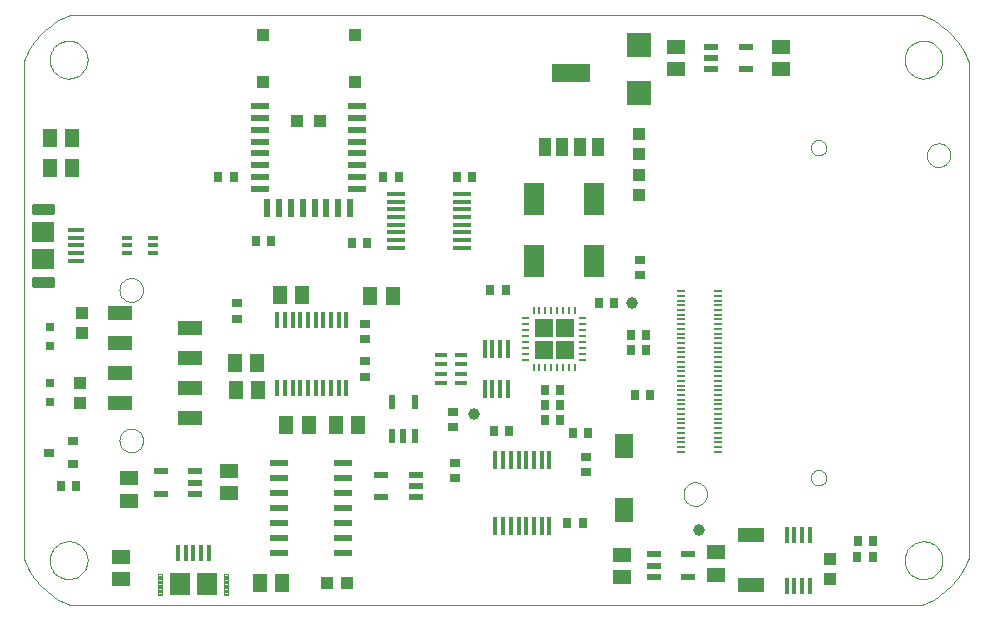
<source format=gtp>
G04 Output by ViewMate Deluxe V11.12.18  PentaLogix*
G04 Wed Mar 06 15:24:07 2019*
%IPPOS*%
%FSLAX25Y25*%
%MOIN*%
%ADD10C,0.0*%
%ADD42R,0.0591X0.0591*%
%ADD43C,0.0394*%
%ADD44R,0.0354X0.0157*%
%ADD45C,0.0089*%
%ADD46R,0.0039X0.0118*%
%ADD47R,0.0531X0.0157*%
%ADD48R,0.0748X0.0709*%
%ADD49C,0.0044*%
%ADD50R,0.0118X0.0039*%
%ADD51R,0.0709X0.0748*%
%ADD100R,0.0276X0.0071*%
%ADD101R,0.0512X0.0591*%
%ADD102R,0.0394X0.0394*%
%ADD103R,0.0591X0.024*%
%ADD104R,0.024X0.0591*%
%ADD105R,0.1299X0.0591*%
%ADD106R,0.0394X0.0591*%
%ADD107R,0.0433X0.0394*%
%ADD108R,0.0709X0.1083*%
%ADD109R,0.0787X0.0787*%
%ADD110R,0.0276X0.0354*%
%ADD111R,0.0354X0.0276*%
%ADD112R,0.0157X0.0531*%
%ADD113R,0.0512X0.0217*%
%ADD114R,0.0591X0.0512*%
%ADD115R,0.0394X0.0433*%
%ADD116R,0.0866X0.0512*%
%ADD117R,0.0591X0.0236*%
%ADD118R,0.0217X0.0512*%
%ADD119R,0.0138X0.0551*%
%ADD120R,0.063X0.0787*%
%ADD121R,0.063X0.0138*%
%ADD122R,0.0118X0.063*%
%ADD123R,0.0138X0.063*%
%ADD124R,0.0394X0.0167*%
%ADD125R,0.0827X0.0472*%
%ADD126R,0.0315X0.0315*%
%ADD127R,0.0354X0.0315*%
%ADD128C,0.011*%
%ADD129R,0.022X0.011*%
%ADD130R,0.011X0.022*%

%LPD*%
X0Y0D2*D10*G1X286490Y176160D2*X286510Y175850D1*X286570Y175540*X286660Y175240*X286790Y174950*X286960Y174680*X287160Y174440*X287380Y174220*X287640Y174030*X287910Y173870*X288200Y173750*X288500Y173660*X288810Y173610*X289130Y173600*X289440Y173630*X289750Y173700*X290050Y173800*X290330Y173940*X290590Y174120*X290830Y174320*X291040Y174560*X291230Y174810*X291380Y175090*X291490Y175380*X291570Y175690*X291610Y176000*Y176320*X291570Y176630*X291490Y176940*X291380Y177230*X291230Y177510*X291040Y177760*X290830Y178000*X290590Y178200*X290330Y178380*X290050Y178520*X289750Y178620*X289440Y178690*X289130Y178720*X288810Y178710*X288500Y178660*X288200Y178570*X287910Y178450*X287640Y178290*X287380Y178100*X287160Y177880*X286960Y177640*X286790Y177370*X286660Y177080*X286570Y176780*X286510Y176470*X286490Y176160*X325110Y173660D2*X325130Y173270D1*X325190Y172880*X325290Y172500*X325420Y172130*X325590Y171780*X325790Y171440*X326030Y171130*X326300Y170840*X326590Y170580*X326910Y170350*X327250Y170150*X327610Y169990*X327980Y169870*X328370Y169780*X328760Y169730*X329150Y169720*X329540Y169750*X329930Y169820*X330300Y169930*X330670Y170070*X331020Y170250*X331350Y170460*X331660Y170710*X331940Y170980*X332190Y171280*X332410Y171610*X332600Y171950*X332750Y172310*X332870Y172690*X332950Y173070*X332990Y173460*Y173860*X332950Y174250*X332870Y174630*X332750Y175010*X332600Y175370*X332410Y175710*X332190Y176040*X331940Y176340*X331660Y176610*X331350Y176860*X331020Y177070*X330670Y177250*X330300Y177390*X329930Y177500*X329540Y177570*X329150Y177600*X328760Y177590*X328370Y177540*X327980Y177450*X327610Y177330*X327250Y177170*X326910Y176970*X326590Y176740*X326300Y176480*X326030Y176190*X325790Y175880*X325590Y175540*X325420Y175190*X325290Y174820*X325190Y174440*X325130Y174050*X325110Y173660*X286490Y66160D2*X286510Y65850D1*X286570Y65540*X286660Y65240*X286790Y64950*X286960Y64680*X287160Y64440*X287380Y64220*X287640Y64030*X287910Y63870*X288200Y63750*X288500Y63660*X288810Y63610*X289130Y63600*X289440Y63630*X289750Y63700*X290050Y63800*X290330Y63940*X290590Y64120*X290830Y64320*X291040Y64560*X291230Y64810*X291380Y65090*X291490Y65380*X291570Y65690*X291610Y66000*Y66320*X291570Y66630*X291490Y66940*X291380Y67230*X291230Y67510*X291040Y67760*X290830Y68000*X290590Y68200*X290330Y68380*X290050Y68520*X289750Y68620*X289440Y68690*X289130Y68720*X288810Y68710*X288500Y68660*X288200Y68570*X287910Y68450*X287640Y68290*X287380Y68100*X287160Y67880*X286960Y67640*X286790Y67370*X286660Y67080*X286570Y66780*X286510Y66470*X286490Y66160*X244010Y60700D2*X244030Y60310D1*X244090Y59920*X244190Y59540*X244320Y59170*X244490Y58820*X244690Y58480*X244930Y58170*X245200Y57880*X245490Y57620*X245810Y57390*X246150Y57190*X246510Y57030*X246880Y56910*X247270Y56820*X247660Y56770*X248050Y56760*X248440Y56790*X248830Y56860*X249200Y56970*X249570Y57110*X249920Y57290*X250250Y57500*X250560Y57750*X250840Y58020*X251090Y58320*X251310Y58650*X251500Y58990*X251650Y59350*X251770Y59730*X251850Y60110*X251890Y60500*Y60900*X251850Y61290*X251770Y61670*X251650Y62050*X251500Y62410*X251310Y62750*X251090Y63080*X250840Y63380*X250560Y63650*X250250Y63900*X249920Y64110*X249570Y64290*X249200Y64430*X248830Y64540*X248440Y64610*X248050Y64640*X247660Y64630*X247270Y64580*X246880Y64490*X246510Y64370*X246150Y64210*X245810Y64010*X245490Y63780*X245200Y63520*X244930Y63230*X244690Y62920*X244490Y62580*X244320Y62230*X244190Y61860*X244090Y61480*X244030Y61090*X244010Y60700*X39800Y220510D2*X38610Y220050D1*X37440Y219520*X36300Y218940*X35190Y218310*X34120Y217620*X33070Y216890*X32070Y216100*X31100Y215260*X30180Y214380*X29300Y213460*X28460Y212490*X27670Y211490*X26940Y210440*X26250Y209370*X25620Y208260*X25040Y207120*X24510Y205950*X24050Y204760*X55990Y128730D2*X56010Y128340D1*X56070Y127950*X56170Y127570*X56300Y127200*X56470Y126850*X56670Y126510*X56910Y126200*X57180Y125910*X57470Y125650*X57790Y125420*X58130Y125220*X58490Y125060*X58860Y124940*X59250Y124850*X59640Y124800*X60030Y124790*X60420Y124820*X60810Y124890*X61180Y125000*X61550Y125140*X61900Y125320*X62230Y125530*X62540Y125780*X62820Y126050*X63070Y126350*X63290Y126680*X63480Y127020*X63630Y127380*X63750Y127760*X63830Y128140*X63870Y128530*Y128930*X63830Y129320*X63750Y129700*X63630Y130080*X63480Y130440*X63290Y130780*X63070Y131110*X62820Y131410*X62540Y131680*X62230Y131930*X61900Y132140*X61550Y132320*X61180Y132460*X60810Y132570*X60420Y132640*X60030Y132670*X59640Y132660*X59250Y132610*X58860Y132520*X58490Y132400*X58130Y132240*X57790Y132040*X57470Y131810*X57180Y131550*X56910Y131260*X56670Y130950*X56470Y130610*X56300Y130260*X56170Y129890*X56070Y129510*X56010Y129120*X55990Y128730*Y78580D2*X56010Y78190D1*X56070Y77800*X56170Y77420*X56300Y77050*X56470Y76700*X56670Y76360*X56910Y76050*X57180Y75760*X57470Y75500*X57790Y75270*X58130Y75070*X58490Y74910*X58860Y74790*X59250Y74700*X59640Y74650*X60030Y74640*X60420Y74670*X60810Y74740*X61180Y74850*X61550Y74990*X61900Y75170*X62230Y75380*X62540Y75630*X62820Y75900*X63070Y76200*X63290Y76530*X63480Y76870*X63630Y77230*X63750Y77610*X63830Y77990*X63870Y78380*Y78780*X63830Y79170*X63750Y79550*X63630Y79930*X63480Y80290*X63290Y80630*X63070Y80960*X62820Y81260*X62540Y81530*X62230Y81780*X61900Y81990*X61550Y82170*X61180Y82310*X60810Y82420*X60420Y82490*X60030Y82520*X59640Y82510*X59250Y82460*X58860Y82370*X58490Y82250*X58130Y82090*X57790Y81890*X57470Y81660*X57180Y81400*X56910Y81110*X56670Y80800*X56470Y80460*X56300Y80110*X56170Y79740*X56070Y79360*X56010Y78970*X55990Y78580*X39800Y23660D2*X38610Y24120D1*X37440Y24650*X36300Y25230*X35190Y25860*X34120Y26550*X33070Y27280*X32070Y28070*X31100Y28910*X30180Y29790*X29300Y30710*X28460Y31680*X27670Y32680*X26940Y33730*X26250Y34800*X25620Y35910*X25040Y37050*X24510Y38220*X24050Y39410*X32750Y38660D2*X32770Y38160D1*X32830Y37660*X32930Y37170*X33070Y36690*X33240Y36220*X33450Y35770*X33700Y35330*X33980Y34920*X34300Y34530*X34640Y34160*X35010Y33820*X35410Y33520*X35830Y33250*X36270Y33010*X36730Y32800*X37200Y32640*X37680Y32510*X38180Y32420*X38670Y32370*X39180Y32360*X39680Y32390*X40170Y32460*X40660Y32570*X41140Y32720*X41600Y32900*X42050Y33120*X42480Y33380*X42890Y33670*X43280Y33990*X43640Y34340*X43960Y34720*X44260Y35120*X44530Y35550*X44760Y35990*X44950Y36450*X45110Y36930*X45230Y37420*X45310Y37910*X45350Y38410*Y38910*X45310Y39410*X45230Y39900*X45110Y40390*X44950Y40870*X44760Y41330*X44530Y41770*X44260Y42200*X43960Y42600*X43640Y42980*X43280Y43330*X42890Y43650*X42480Y43940*X42050Y44200*X41600Y44420*X41140Y44600*X40660Y44750*X40170Y44860*X39680Y44930*X39180Y44960*X38670Y44950*X38180Y44900*X37680Y44810*X37200Y44680*X36730Y44520*X36270Y44310*X35830Y44070*X35410Y43800*X35010Y43500*X34640Y43160*X34300Y42790*X33980Y42400*X33700Y41990*X33450Y41550*X33240Y41100*X33070Y40630*X32930Y40150*X32830Y39660*X32770Y39160*X32750Y38660*X24050Y204760D2*Y39400D1*X32750Y205510D2*X32770Y205010D1*X32830Y204510*X32930Y204020*X33070Y203540*X33240Y203070*X33450Y202620*X33700Y202180*X33980Y201770*X34300Y201380*X34640Y201010*X35010Y200670*X35410Y200370*X35830Y200100*X36270Y199860*X36730Y199650*X37200Y199490*X37680Y199360*X38180Y199270*X38670Y199220*X39180Y199210*X39680Y199240*X40170Y199310*X40660Y199420*X41140Y199570*X41600Y199750*X42050Y199970*X42480Y200230*X42890Y200520*X43280Y200840*X43640Y201190*X43960Y201570*X44260Y201970*X44530Y202400*X44760Y202840*X44950Y203300*X45110Y203780*X45230Y204270*X45310Y204760*X45350Y205260*Y205760*X45310Y206260*X45230Y206750*X45110Y207240*X44950Y207720*X44760Y208180*X44530Y208620*X44260Y209050*X43960Y209450*X43640Y209830*X43280Y210180*X42890Y210500*X42480Y210790*X42050Y211050*X41600Y211270*X41140Y211450*X40660Y211600*X40170Y211710*X39680Y211780*X39180Y211810*X38670Y211800*X38180Y211750*X37680Y211660*X37200Y211530*X36730Y211370*X36270Y211160*X35830Y210920*X35410Y210650*X35010Y210350*X34640Y210010*X34300Y209640*X33980Y209250*X33700Y208840*X33450Y208400*X33240Y207950*X33070Y207480*X32930Y207000*X32830Y206510*X32770Y206010*X32750Y205510*X323260Y220510D2*X39800D1*X339010Y204760D2*X338550Y205950D1*X338020Y207120*X337440Y208260*X336810Y209370*X336120Y210440*X335390Y211490*X334600Y212490*X333760Y213460*X332880Y214380*X331960Y215260*X330990Y216100*X329990Y216890*X328940Y217620*X327870Y218310*X326760Y218940*X325620Y219520*X324450Y220050*X323260Y220510*X317710Y205510D2*X317730Y205010D1*X317790Y204510*X317890Y204020*X318030Y203540*X318200Y203070*X318410Y202620*X318660Y202180*X318940Y201770*X319260Y201380*X319600Y201010*X319970Y200670*X320370Y200370*X320790Y200100*X321230Y199860*X321690Y199650*X322160Y199490*X322640Y199360*X323140Y199270*X323630Y199220*X324140Y199210*X324640Y199240*X325130Y199310*X325620Y199420*X326100Y199570*X326560Y199750*X327010Y199970*X327440Y200230*X327850Y200520*X328240Y200840*X328600Y201190*X328920Y201570*X329220Y201970*X329490Y202400*X329720Y202840*X329910Y203300*X330070Y203780*X330190Y204270*X330270Y204760*X330310Y205260*Y205760*X330270Y206260*X330190Y206750*X330070Y207240*X329910Y207720*X329720Y208180*X329490Y208620*X329220Y209050*X328920Y209450*X328600Y209830*X328240Y210180*X327850Y210500*X327440Y210790*X327010Y211050*X326560Y211270*X326100Y211450*X325620Y211600*X325130Y211710*X324640Y211780*X324140Y211810*X323630Y211800*X323140Y211750*X322640Y211660*X322160Y211530*X321690Y211370*X321230Y211160*X320790Y210920*X320370Y210650*X319970Y210350*X319600Y210010*X319260Y209640*X318940Y209250*X318660Y208840*X318410Y208400*X318200Y207950*X318030Y207480*X317890Y207000*X317790Y206510*X317730Y206010*X317710Y205510*X339010Y39400D2*Y204760D1*Y39410D2*X338550Y38220D1*X338020Y37050*X337440Y35910*X336810Y34800*X336120Y33730*X335390Y32680*X334600Y31680*X333760Y30710*X332880Y29790*X331960Y28910*X330990Y28070*X329990Y27280*X328940Y26550*X327870Y25860*X326760Y25230*X325620Y24650*X324450Y24120*X323260Y23660*X317710Y38660D2*X317730Y38160D1*X317790Y37660*X317890Y37170*X318030Y36690*X318200Y36220*X318410Y35770*X318660Y35330*X318940Y34920*X319260Y34530*X319600Y34160*X319970Y33820*X320370Y33520*X320790Y33250*X321230Y33010*X321690Y32800*X322160Y32640*X322640Y32510*X323140Y32420*X323630Y32370*X324140Y32360*X324640Y32390*X325130Y32460*X325620Y32570*X326100Y32720*X326560Y32900*X327010Y33120*X327440Y33380*X327850Y33670*X328240Y33990*X328600Y34340*X328920Y34720*X329220Y35120*X329490Y35550*X329720Y35990*X329910Y36450*X330070Y36930*X330190Y37420*X330270Y37910*X330310Y38410*Y38910*X330270Y39410*X330190Y39900*X330070Y40390*X329910Y40870*X329720Y41330*X329490Y41770*X329220Y42200*X328920Y42600*X328600Y42980*X328240Y43330*X327850Y43650*X327440Y43940*X327010Y44200*X326560Y44420*X326100Y44600*X325620Y44750*X325130Y44860*X324640Y44930*X324140Y44960*X323630Y44950*X323140Y44900*X322640Y44810*X322160Y44680*X321690Y44520*X321230Y44310*X320790Y44070*X320370Y43800*X319970Y43500*X319600Y43160*X319260Y42790*X318940Y42400*X318660Y41990*X318410Y41550*X318200Y41100*X318030Y40630*X317890Y40150*X317790Y39660*X317730Y39160*X317710Y38660*X39800Y23660D2*X323260D1*D45*X27310Y157120D2*X33910D1*Y156240D2*X27310D1*Y155360D2*X33910D1*X27310Y154480D2*X33910D1*Y157140*X27310*Y154480*X33910Y132810D2*X27310D1*Y131930D2*X33910D1*Y131050D2*X27310D1*X33910Y132830D2*X27310D1*Y130170*X33910*Y132830*D49*X92300Y33970D2*X90980D1*Y33540D2*X92300D1*Y33110D2*X90980D1*Y32680D2*X92300D1*Y32250D2*X90980D1*Y31820D2*X92300D1*Y31390D2*X90980D1*Y30960D2*X92300D1*Y30530D2*X90980D1*Y30100D2*X92300D1*Y29670D2*X90980D1*Y29240D2*X92300D1*Y28810D2*X90980D1*Y28380D2*X92300D1*Y27950D2*X90980D1*Y27520D2*X92300D1*X90980Y34130D2*Y27090D1*X92300*Y34130*X90980*X68870Y33970D2*X70190D1*Y33540D2*X68870D1*Y33110D2*X70190D1*Y32680D2*X68870D1*Y32250D2*X70190D1*Y31820D2*X68870D1*Y31390D2*X70190D1*Y30960D2*X68870D1*Y30530D2*X70190D1*Y30100D2*X68870D1*Y29670D2*X70190D1*Y29240D2*X68870D1*Y28810D2*X70190D1*Y28380D2*X68870D1*Y27950D2*X70190D1*Y27520D2*X68870D1*X70190Y27090D2*Y34130D1*X68870*Y27090*X70190*D42*X204470Y108860D3*X197380D3*Y115950D3*X204470D3*D43*X249050Y48660D3*X174050Y87410D3*X226860Y124280D3*D44*X58470Y141100D3*Y143660D3*Y146220D3*X67130D3*Y143660D3*Y141100D3*D46*X40950Y134900D3*Y152420D3*D47*X41640Y148770D3*Y146220D3*Y143660D3*Y141100D3*Y138540D3*D48*X30610Y139130D3*Y148180D3*D50*X71040Y40460D3*X90130D3*D51*X85110Y30610D3*X76060D3*D100*X243340Y128380D3*Y126810D3*Y125230D3*Y123660D3*Y122080D3*Y120510D3*Y118930D3*Y117360D3*Y115780D3*Y114210D3*Y112630D3*Y111060D3*Y109480D3*Y107910D3*Y106330D3*Y104760D3*Y103180D3*Y101610D3*Y100030D3*Y98460D3*Y96880D3*Y95310D3*Y93730D3*Y92160D3*Y90590D3*Y89010D3*Y87440D3*Y85860D3*Y84290D3*Y82710D3*Y81140D3*Y79560D3*Y77990D3*Y76410D3*Y74840D3*X255470D3*Y76410D3*Y77990D3*Y79560D3*Y81140D3*Y82710D3*Y84290D3*Y85860D3*Y87440D3*Y89010D3*Y90590D3*Y92160D3*Y93730D3*Y95310D3*Y96880D3*Y98460D3*Y100030D3*Y101610D3*Y103180D3*Y104760D3*Y106330D3*Y107910D3*Y109480D3*Y111060D3*Y112630D3*Y114210D3*Y115780D3*Y117360D3*Y118930D3*Y120510D3*Y122080D3*Y123660D3*Y125230D3*Y126810D3*Y128380D3*D101*X40290Y179280D3*X32810D3*Y169280D3*X40290D3*X102810Y31160D3*X110290D3*X135580Y83660D3*X128100D3*X119040D3*X111560D3*X102160Y95530D3*X94680D3*X94490Y104330D3*X101970D3*X109410Y127050D3*X116890D3*X139660Y126890D3*X147140D3*D102*X103680Y213660D3*X134420D3*Y197910D3*X122990Y185110D3*X115110D3*X103680Y197910D3*D103*X135210Y190030D3*Y186100D3*Y182160D3*Y178220D3*Y174290D3*Y170350D3*Y166410D3*Y162470D3*X102890D3*Y166410D3*Y170350D3*Y174290D3*Y178220D3*Y182160D3*Y186100D3*Y190030D3*D104*X105270Y156180D3*X109210D3*X113140D3*X117080D3*X121020D3*X124960D3*X128890D3*X132830D3*D105*X206550Y201060D3*D106*X215410Y176250D3*X197690D3*X203600D3*X209500D3*D107*X131770Y31160D3*X125080D3*X42800Y91190D3*Y97880D3*X43420Y114430D3*Y121130D3*X229050Y160310D3*Y167000D3*Y180750D3*Y174060D3*D108*X194050Y158990D3*X214050D3*Y138320D3*X194050D3*D109*X229050Y210280D3*Y194530D3*D110*X36490Y63280D3*X41610D3*X301890Y39680D3*X307010D3*X307180Y45160D3*X302060D3*X210360Y51160D3*X205240D3*X180870Y81780D3*X185980D3*X197740Y95530D3*X202860D3*Y90530D3*X197740D3*Y85530D3*X202860D3*X207120Y81160D3*X212230D3*X227740Y93660D3*X232860D3*X231610Y113660D3*Y108660D3*X226490D3*Y113660D3*X220980Y124280D3*X215870D3*X184730Y128660D3*X179620D3*X88990Y166410D3*X94110D3*X101490Y144910D3*X106610D3*X133370Y144280D3*X138480D3*X143990Y166410D3*X149110D3*X168370D3*X173480D3*D111*X229670Y138720D3*Y133600D3*X211550Y73090D3*Y67970D3*X167800Y66100D3*Y71220D3*X167170Y82970D3*Y88090D3*X137800Y99850D3*Y104970D3*Y112350D3*Y117470D3*X95300Y124340D3*Y119220D3*D112*X75470Y41150D3*X78030D3*X80590D3*X83140D3*X85700D3*X278400Y30190D3*X280960D3*X283520D3*X286080D3*Y47120D3*X283520D3*X280960D3*X278400D3*D113*X264760Y202420D3*Y209900D3*X253340D3*Y206160D3*Y202420D3*X245550Y40590D3*Y33100D3*X234130D3*Y36850D3*Y40590D3*X143280Y67180D3*X154700D3*Y63440D3*Y59700D3*X143280D3*X69740Y60800D3*Y68280D3*X81160D3*Y64540D3*Y60800D3*D114*X254870Y33850D3*Y41330D3*X223620Y40550D3*Y33070D3*X56550Y32420D3*Y39900D3*X59070Y66020D3*Y58540D3*X92570Y61000D3*Y68480D3*X241550Y202420D3*Y209900D3*X276550D3*Y202420D3*D115*X292730Y39030D3*Y32340D3*D116*X266490Y30390D3*Y46920D3*D117*X109320Y41160D3*Y46120D3*Y51080D3*Y56040D3*Y61000D3*Y65960D3*Y70920D3*X130580D3*Y65960D3*Y61000D3*Y56040D3*Y51080D3*Y46120D3*Y41160D3*D118*X146870Y91550D3*X154350D3*Y80130D3*X150610D3*X146870D3*D119*X131660Y118720D3*X129100D3*X126540D3*X123980D3*X121420D3*X118860D3*X116300D3*X113740D3*X111190D3*X108630D3*Y96090D3*X111190D3*X113740D3*X116300D3*X118860D3*X121420D3*X123980D3*X126540D3*X129100D3*X131660D3*D120*X224050Y55530D3*Y76790D3*D121*X148030Y142820D3*Y145380D3*Y147940D3*Y150500D3*Y153060D3*Y155620D3*Y158180D3*Y160740D3*X170070D3*Y158180D3*Y155620D3*Y153060D3*Y150500D3*Y147940D3*Y145380D3*Y142820D3*D122*X177710Y95710D3*X180270D3*X182830D3*X185390D3*Y109100D3*X182830D3*X180270D3*X177710D3*D123*X181340Y50130D3*X183900D3*X186460D3*X189020D3*X191580D3*X194140D3*X196700D3*X199260D3*Y72180D3*X196700D3*X194140D3*X191580D3*X189020D3*X186460D3*X183900D3*X181340D3*D124*X163200Y97680D3*Y100830D3*Y103980D3*Y107130D3*X169900D3*Y103980D3*Y100830D3*Y97680D3*D125*X79410Y86160D3*X56190Y91160D3*Y101160D3*Y111160D3*Y121160D3*X79410Y116160D3*Y106160D3*Y96160D3*D126*X32800Y116530D3*Y110030D3*Y97780D3*Y91280D3*D127*X40490Y70790D3*X32610Y74530D3*X40490Y78270D3*D128*X194030Y103780D3*X196000D3*X197970D3*X199940D3*X201910D3*X203880D3*X205850D3*X207810D3*X209550Y105520D3*Y107480D3*Y109450D3*Y111420D3*Y113390D3*Y115360D3*Y117330D3*Y119300D3*X207810Y121030D3*X205850D3*X203880D3*X201910D3*X199940D3*X197970D3*X196000D3*X194030D3*X192300Y119300D3*Y117330D3*Y115360D3*Y113390D3*Y111420D3*Y109450D3*Y107480D3*Y105520D3*D129*X210650Y105520D3*Y107480D3*Y109450D3*Y111420D3*Y113390D3*Y115360D3*Y117330D3*Y119300D3*X191200D3*Y117330D3*Y115360D3*Y113390D3*Y111420D3*Y109450D3*Y107480D3*Y105520D3*D130*X207810Y122130D3*X205850D3*X203880D3*X201910D3*X199940D3*X197970D3*X196000D3*X194030D3*Y102680D3*X196000D3*X197970D3*X199940D3*X201910D3*X203880D3*X205850D3*X207810D3*X0Y0D2*M02*
</source>
